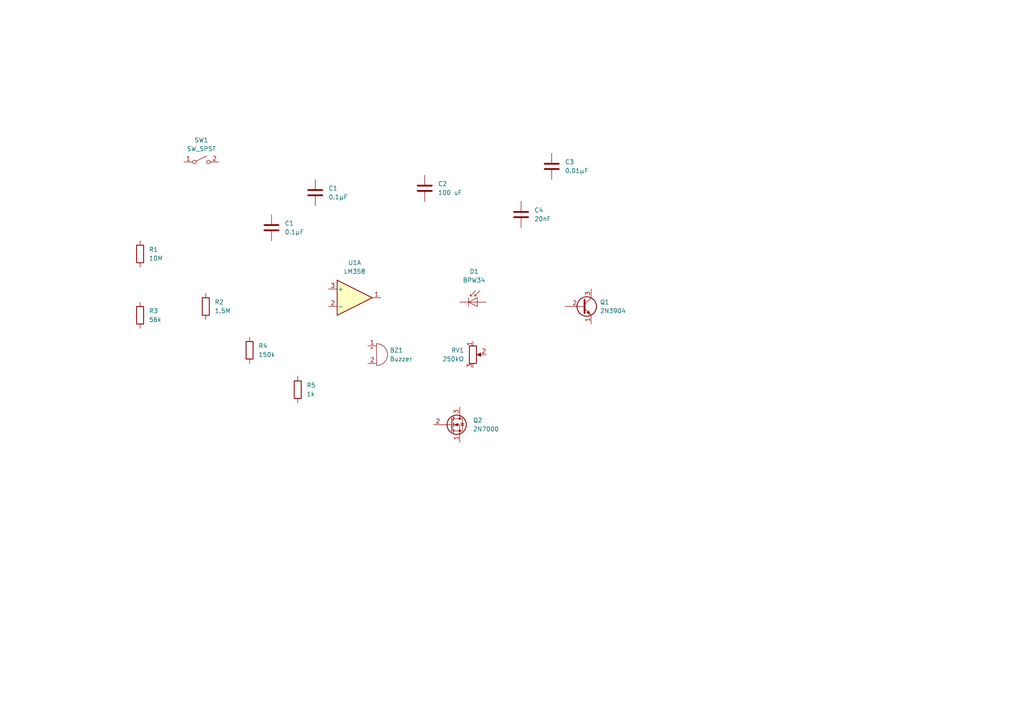
<source format=kicad_sch>
(kicad_sch (version 20211123) (generator eeschema)
  (paper "A4")
  (lib_symbols
    (symbol "Amplifier_Operational:LM358" (pin_names (offset 0.127))
      (property "Reference" "U" (at 0 5.08 0))
      (property "Value" "LM358" (at 0 -5.08 0))
      (symbol "LM358_1_1"
        (polyline (pts (xy -5.08 5.08) (xy 5.08 0) (xy -5.08 -5.08) (xy -5.08 5.08)) (stroke (width 0.254)) (fill (type background)))
        (pin output line (at 7.62 0 180) (length 2.54) (name "~") (number "1"))
        (pin input line (at -7.62 -2.54 0) (length 2.54) (name "-") (number "2"))
        (pin input line (at -7.62 2.54 0) (length 2.54) (name "+") (number "3"))
      )
      (symbol "LM358_2_1"
        (polyline (pts (xy -5.08 5.08) (xy 5.08 0) (xy -5.08 -5.08) (xy -5.08 5.08)) (stroke (width 0.254)) (fill (type background)))
        (pin input line (at -7.62 2.54 0) (length 2.54) (name "+") (number "5"))
        (pin input line (at -7.62 -2.54 0) (length 2.54) (name "-") (number "6"))
        (pin output line (at 7.62 0 180) (length 2.54) (name "~") (number "7"))
      )
      (symbol "LM358_3_1"
        (pin power_in line (at -2.54 -7.62 90) (length 3.81) (name "V-") (number "4"))
        (pin power_in line (at -2.54 7.62 270) (length 3.81) (name "V+") (number "8"))
      )
    )
    (symbol "Device:Buzzer" (pin_names (offset 0.0254) hide)
      (property "Reference" "BZ" (at 3.81 1.27 0))
      (property "Value" "Buzzer" (at 3.81 -1.27 0))
      (symbol "Buzzer_0_1"
        (arc (start 0 -3.175) (mid 3.175 0) (end 0 3.175))
        (polyline (pts (xy -1.651 1.905) (xy -1.143 1.905)))
        (polyline (pts (xy -1.397 2.159) (xy -1.397 1.651)))
        (polyline (pts (xy 0 3.175) (xy 0 -3.175)))
      )
      (symbol "Buzzer_1_1"
        (pin passive line (at -2.54 2.54 0) (length 2.54) (name "-") (number "1"))
        (pin passive line (at -2.54 -2.54 0) (length 2.54) (name "+") (number "2"))
      )
    )
    (symbol "Device:C" (pin_numbers hide) (pin_names (offset 0.254))
      (property "Reference" "C" (at 0.635 2.54 0))
      (property "Value" "C" (at 0.635 -2.54 0))
      (symbol "C_0_1"
        (polyline (pts (xy -2.032 -0.762) (xy 2.032 -0.762)) (stroke (width 0.508)))
        (polyline (pts (xy -2.032 0.762) (xy 2.032 0.762)) (stroke (width 0.508)))
      )
      (symbol "C_1_1"
        (pin passive line (at 0 3.81 270) (length 2.794) (name "~") (number "1"))
        (pin passive line (at 0 -3.81 90) (length 2.794) (name "~") (number "2"))
      )
    )
    (symbol "Device:R" (pin_numbers hide) (pin_names (offset 0))
      (property "Reference" "R" (at 2.032 0 90))
      (property "Value" "R" (at 0 0 90))
      (symbol "R_0_1"
        (rectangle (start -1.016 -2.54) (end 1.016 2.54) (stroke (width 0.254)))
      )
      (symbol "R_1_1"
        (pin passive line (at 0 3.81 270) (length 1.27) (name "~") (number "1"))
        (pin passive line (at 0 -3.81 90) (length 1.27) (name "~") (number "2"))
      )
    )
    (symbol "Device:R_Potentiometer" (pin_names (offset 1.016) hide)
      (property "Reference" "RV" (at -4.445 0 90))
      (property "Value" "R_Potentiometer" (at -2.54 0 90))
      (symbol "R_Potentiometer_0_1"
        (polyline (pts (xy 2.54 0) (xy 1.524 0)))
        (polyline (pts (xy 1.143 0) (xy 2.286 0.508) (xy 2.286 -0.508) (xy 1.143 0)) (fill (type outline)))
        (rectangle (start 1.016 2.54) (end -1.016 -2.54) (stroke (width 0.254)))
      )
      (symbol "R_Potentiometer_1_1"
        (pin passive line (at 0 3.81 270) (length 1.27) (name "1") (number "1"))
        (pin passive line (at 3.81 0 180) (length 1.27) (name "2") (number "2"))
        (pin passive line (at 0 -3.81 90) (length 1.27) (name "3") (number "3"))
      )
    )
    (symbol "Sensor_Optical:BPW34" (pin_numbers hide) (pin_names (offset 1.016) hide)
      (property "Reference" "D" (at 0.508 1.778 0))
      (property "Value" "BPW34" (at -1.016 -2.794 0))
      (symbol "BPW34_0_1"
        (polyline (pts (xy -2.54 1.27) (xy -2.54 -1.27)) (stroke (width 0.1524)))
        (polyline (pts (xy -2.032 1.778) (xy -1.524 1.778)))
        (polyline (pts (xy 0 -1.27) (xy 0 1.27)))
        (polyline (pts (xy 0 0) (xy -2.54 0)))
        (polyline (pts (xy -0.508 3.302) (xy -2.032 1.778) (xy -2.032 2.286)))
        (polyline (pts (xy 0 1.27) (xy -2.54 0) (xy 0 -1.27)))
        (polyline (pts (xy 0.762 3.302) (xy -0.762 1.778) (xy -0.762 2.286) (xy -0.762 1.778) (xy -0.254 1.778)))
      )
      (symbol "BPW34_1_1"
        (pin passive line (at -5.08 0 0) (length 2.54) (name "K") (number "1"))
        (pin passive line (at 2.54 0 180) (length 2.54) (name "A") (number "2"))
      )
    )
    (symbol "Switch:SW_SPST" (pin_names (offset 0) hide)
      (property "Reference" "SW" (at 0 3.175 0))
      (property "Value" "SW_SPST" (at 0 -2.54 0))
      (symbol "SW_SPST_0_0"
        (circle (center -2.032 0) (radius 0.508))
        (polyline (pts (xy -1.524 0.254) (xy 1.524 1.778)))
        (circle (center 2.032 0) (radius 0.508))
      )
      (symbol "SW_SPST_1_1"
        (pin passive line (at -5.08 0 0) (length 2.54) (name "A") (number "1"))
        (pin passive line (at 5.08 0 180) (length 2.54) (name "B") (number "2"))
      )
    )
    (symbol "Transistor_BJT:2N3904" (pin_names (offset 0) hide)
      (property "Reference" "Q" (at 5.08 1.905 0))
      (property "Value" "2N3904" (at 5.08 0 0))
      (symbol "2N3904_0_1"
        (polyline (pts (xy 0.635 0.635) (xy 2.54 2.54)))
        (polyline (pts (xy 0.635 -0.635) (xy 2.54 -2.54) (xy 2.54 -2.54)))
        (polyline (pts (xy 0.635 1.905) (xy 0.635 -1.905) (xy 0.635 -1.905)) (stroke (width 0.508)))
        (polyline (pts (xy 1.27 -1.778) (xy 1.778 -1.27) (xy 2.286 -2.286) (xy 1.27 -1.778) (xy 1.27 -1.778)) (fill (type outline)))
        (circle (center 1.27 0) (radius 2.8194) (stroke (width 0.254)))
      )
      (symbol "2N3904_1_1"
        (pin passive line (at 2.54 -5.08 90) (length 2.54) (name "E") (number "1"))
        (pin passive line (at -5.08 0 0) (length 5.715) (name "B") (number "2"))
        (pin passive line (at 2.54 5.08 270) (length 2.54) (name "C") (number "3"))
      )
    )
    (symbol "Transistor_FET:2N7000" (pin_names hide)
      (property "Reference" "Q" (at 5.08 1.905 0))
      (property "Value" "2N7000" (at 5.08 0 0))
      (symbol "2N7000_0_1"
        (polyline (pts (xy 0.254 0) (xy -2.54 0)))
        (polyline (pts (xy 0.254 1.905) (xy 0.254 -1.905)) (stroke (width 0.254)))
        (polyline (pts (xy 0.762 -1.27) (xy 0.762 -2.286)) (stroke (width 0.254)))
        (polyline (pts (xy 0.762 0.508) (xy 0.762 -0.508)) (stroke (width 0.254)))
        (polyline (pts (xy 0.762 2.286) (xy 0.762 1.27)) (stroke (width 0.254)))
        (polyline (pts (xy 2.54 2.54) (xy 2.54 1.778)))
        (polyline (pts (xy 2.54 -2.54) (xy 2.54 0) (xy 0.762 0)))
        (polyline (pts (xy 0.762 -1.778) (xy 3.302 -1.778) (xy 3.302 1.778) (xy 0.762 1.778)))
        (polyline (pts (xy 1.016 0) (xy 2.032 0.381) (xy 2.032 -0.381) (xy 1.016 0)) (fill (type outline)))
        (polyline (pts (xy 2.794 0.508) (xy 2.921 0.381) (xy 3.683 0.381) (xy 3.81 0.254)))
        (polyline (pts (xy 3.302 0.381) (xy 2.921 -0.254) (xy 3.683 -0.254) (xy 3.302 0.381)))
        (circle (center 1.651 0) (radius 2.794) (stroke (width 0.254)))
        (circle (center 2.54 -1.778) (radius 0.254) (fill (type outline)))
        (circle (center 2.54 1.778) (radius 0.254) (fill (type outline)))
      )
      (symbol "2N7000_1_1"
        (pin passive line (at 2.54 -5.08 90) (length 2.54) (name "S") (number "1"))
        (pin input line (at -5.08 0 0) (length 2.54) (name "G") (number "2"))
        (pin passive line (at 2.54 5.08 270) (length 2.54) (name "D") (number "3"))
      )
    )
  )
  (symbol (lib_id "Device:C") (at 91.44 55.88 0) (unit 1)
    (property "Reference" "C1" (at 95.25 54.6099 0) (effects (justify left)))
    (property "Value" "0.1µF" (at 95.25 57.1499 0) (effects (justify left)))
    (property "Footprint" "Capacitor_THT:CP_Axial_L10.0mm_D4.5mm_P15.00mm_Horizontal" (effects hide))
  )
  (symbol (lib_id "Transistor_BJT:2N3904") (at 168.91 88.9 0) (unit 1)
    (property "Reference" "Q1" (at 173.99 87.6299 0) (effects (justify left)))
    (property "Value" "2N3904" (at 173.99 90.1699 0) (effects (justify left)))
    (property "Footprint" "Package_TO_SOT_THT:TO-92_Inline" (effects hide))
    (property "Datasheet" "https://www.onsemi.com/pub/Collateral/2N3903-D.PDF" (effects hide))
  )
  (symbol (lib_id "Device:R") (at 59.69 88.9 0) (unit 1)
    (property "Reference" "R2" (at 62.23 87.6299 0) (effects (justify left)))
    (property "Value" "1.5M" (at 62.23 90.1699 0) (effects (justify left)))
    (property "Footprint" "Resistor_THT:R_Axial_DIN0207_L6.3mm_D2.5mm_P10.16mm_Horizontal" (effects hide))
  )
  (symbol (lib_id "Device:C") (at 78.74 66.04 0) (unit 1)
    (property "Reference" "C1" (at 82.55 64.7699 0) (effects (justify left)))
    (property "Value" "0.1µF" (at 82.55 67.3099 0) (effects (justify left)))
    (property "Footprint" "Capacitor_THT:CP_Axial_L10.0mm_D4.5mm_P15.00mm_Horizontal" (effects hide))
  )
  (symbol (lib_id "Device:R") (at 72.39 101.6 0) (unit 1)
    (property "Reference" "R4" (at 74.93 100.3299 0) (effects (justify left)))
    (property "Value" "150k" (at 74.93 102.8699 0) (effects (justify left)))
    (property "Footprint" "Resistor_THT:R_Axial_DIN0207_L6.3mm_D2.5mm_P10.16mm_Horizontal" (effects hide))
  )
  (symbol (lib_id "Device:C") (at 160.02 48.26 0) (unit 1)
    (property "Reference" "C3" (at 163.83 46.9899 0) (effects (justify left)))
    (property "Value" "0.01µF" (at 163.83 49.5299 0) (effects (justify left)))
    (property "Footprint" "Capacitor_THT:CP_Axial_L10.0mm_D4.5mm_P15.00mm_Horizontal" (effects hide))
  )
  (symbol (lib_id "Device:R") (at 86.36 113.03 0) (unit 1)
    (property "Reference" "R5" (at 88.9 111.7599 0) (effects (justify left)))
    (property "Value" "1k" (at 88.9 114.2999 0) (effects (justify left)))
    (property "Footprint" "Resistor_THT:R_Axial_DIN0207_L6.3mm_D2.5mm_P10.16mm_Horizontal" (effects hide))
  )
  (symbol (lib_id "Device:R") (at 40.64 73.66 0) (unit 1)
    (property "Reference" "R1" (at 43.18 72.3899 0) (effects (justify left)))
    (property "Value" "10M" (at 43.18 74.9299 0) (effects (justify left)))
    (property "Footprint" "Resistor_THT:R_Axial_DIN0207_L6.3mm_D2.5mm_P10.16mm_Horizontal" (effects hide))
  )
  (symbol (lib_id "Switch:SW_SPST") (at 58.42 46.99 0) (unit 1)
    (property "Reference" "SW1" (at 58.42 40.64 0))
    (property "Value" "SW_SPST" (at 58.42 43.18 0))
    (property "Footprint" "Button_Switch_THT:SW_DIP_SPSTx01_Piano_10.8x4.1mm_W7.62mm_P2.54mm" (effects hide))
  )
  (symbol (lib_id "Device:C") (at 151.13 62.23 0) (unit 1)
    (property "Reference" "C4" (at 154.94 60.9599 0) (effects (justify left)))
    (property "Value" "20nF" (at 154.94 63.4999 0) (effects (justify left)))
    (property "Footprint" "Capacitor_THT:CP_Axial_L10.0mm_D4.5mm_P15.00mm_Horizontal" (effects hide))
  )
  (symbol (lib_id "Transistor_FET:2N7000") (at 130.81 123.19 0) (unit 1)
    (property "Reference" "Q2" (at 137.16 121.9199 0) (effects (justify left)))
    (property "Value" "2N7000" (at 137.16 124.4599 0) (effects (justify left)))
    (property "Footprint" "Package_TO_SOT_THT:TO-92_Inline" (effects hide))
    (property "Datasheet" "https://www.onsemi.com/pub/Collateral/NDS7002A-D.PDF" (effects hide))
  )
  (symbol (lib_id "Device:Buzzer") (at 109.22 102.87 0) (unit 1)
    (property "Reference" "BZ1" (at 113.03 101.5999 0) (effects (justify left)))
    (property "Value" "Buzzer" (at 113.03 104.1399 0) (effects (justify left)))
    (property "Footprint" "Buzzer_Beeper:Buzzer_15x7.5RM7.6" (effects hide))
  )
  (symbol (lib_id "Sensor_Optical:BPW34") (at 138.43 87.63 0) (unit 1)
    (property "Reference" "D1" (at 137.5029 78.74 0))
    (property "Value" "BPW34" (at 137.5029 81.28 0))
    (property "Footprint" "OptoDevice:Osram_DIL2_4.3x4.65mm_P5.08mm" (effects hide))
    (property "Datasheet" "http://www.vishay.com/docs/81521/bpw34.pdf" (effects hide))
  )
  (symbol (lib_id "Device:R") (at 40.64 91.44 0) (unit 1)
    (property "Reference" "R3" (at 43.18 90.1699 0) (effects (justify left)))
    (property "Value" "56k" (at 43.18 92.7099 0) (effects (justify left)))
    (property "Footprint" "Resistor_THT:R_Axial_DIN0207_L6.3mm_D2.5mm_P10.16mm_Horizontal" (effects hide))
  )
  (symbol (lib_id "Amplifier_Operational:LM358") (at 102.87 86.36 0) (unit 1)
    (property "Reference" "U1" (at 102.87 76.2 0))
    (property "Value" "LM358" (at 102.87 78.74 0))
    (property "Footprint" "Package_DIP:DIP-8_W7.62mm" (effects hide))
    (property "Datasheet" "http://www.ti.com/lit/ds/symlink/lm2904-n.pdf" (effects hide))
  )
  (symbol (lib_id "Device:R_Potentiometer") (at 137.16 102.87 0) (unit 1)
    (property "Reference" "RV1" (at 134.62 101.5999 0) (effects (justify right)))
    (property "Value" "250kΩ" (at 134.62 104.1399 0) (effects (justify right)))
    (property "Footprint" "Potentiometer_THT:Potentiometer_Vishay_T7-YA_Single_Vertical" (effects hide))
  )
  (symbol (lib_id "Device:C") (at 123.19 54.61 0) (unit 1)
    (property "Reference" "C2" (at 127 53.3399 0) (effects (justify left)))
    (property "Value" "100 uF" (at 127 55.8799 0) (effects (justify left)))
    (property "Footprint" "Capacitor_THT:CP_Axial_L10.0mm_D4.5mm_P15.00mm_Horizontal" (effects hide))
  )
)
</source>
